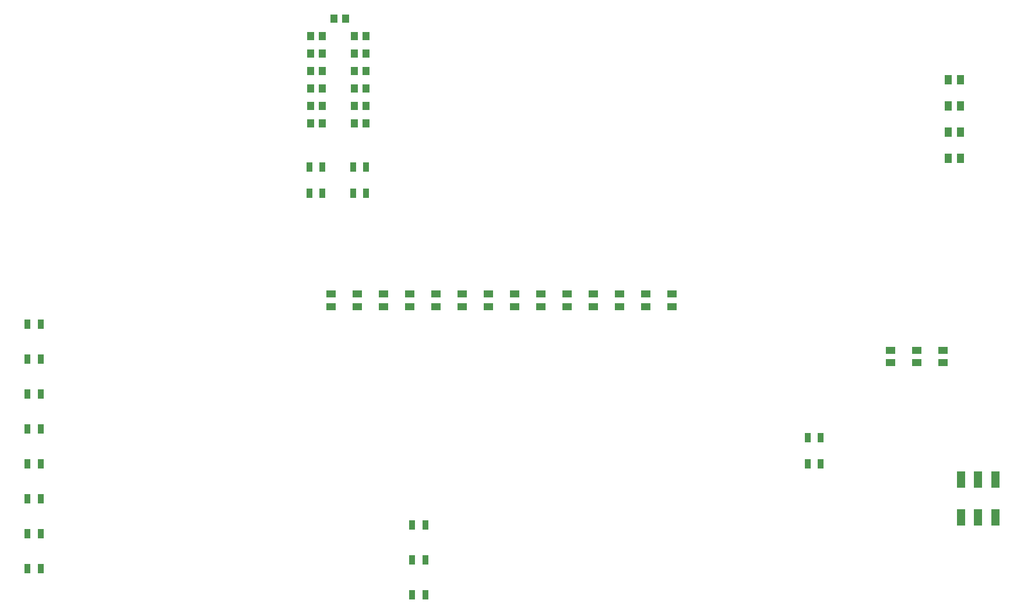
<source format=gbr>
%TF.GenerationSoftware,KiCad,Pcbnew,(5.1.12)-1*%
%TF.CreationDate,2022-04-22T18:12:23-05:00*%
%TF.ProjectId,Microcompuer,4d696372-6f63-46f6-9d70-7565722e6b69,rev?*%
%TF.SameCoordinates,Original*%
%TF.FileFunction,Paste,Top*%
%TF.FilePolarity,Positive*%
%FSLAX46Y46*%
G04 Gerber Fmt 4.6, Leading zero omitted, Abs format (unit mm)*
G04 Created by KiCad (PCBNEW (5.1.12)-1) date 2022-04-22 18:12:23*
%MOMM*%
%LPD*%
G01*
G04 APERTURE LIST*
%ADD10R,1.193800X2.489200*%
%ADD11R,0.914400X1.346200*%
%ADD12R,1.016000X1.193800*%
%ADD13R,0.900000X1.400000*%
%ADD14R,1.447800X1.117600*%
%ADD15R,1.117600X1.447800*%
G04 APERTURE END LIST*
D10*
%TO.C,SW1*%
X300950000Y-156425900D03*
X298450000Y-156425900D03*
X295950000Y-156425900D03*
X295950000Y-150914100D03*
X298450000Y-150914100D03*
X300950000Y-150914100D03*
%TD*%
D11*
%TO.C,R21*%
X209550500Y-109220000D03*
X207645500Y-109220000D03*
%TD*%
%TO.C,R20*%
X201295500Y-109220000D03*
X203200500Y-109220000D03*
%TD*%
D12*
%TO.C,R19*%
X203199900Y-91440000D03*
X201498100Y-91440000D03*
%TD*%
%TO.C,R18*%
X203199900Y-96520000D03*
X201498100Y-96520000D03*
%TD*%
D11*
%TO.C,R16*%
X209550500Y-105410000D03*
X207645500Y-105410000D03*
%TD*%
D12*
%TO.C,R15*%
X203199900Y-86360000D03*
X201498100Y-86360000D03*
%TD*%
%TO.C,R14*%
X203199900Y-88900000D03*
X201498100Y-88900000D03*
%TD*%
%TO.C,R13*%
X206590900Y-83820000D03*
X204889100Y-83820000D03*
%TD*%
%TO.C,R12*%
X209549900Y-93980000D03*
X207848100Y-93980000D03*
%TD*%
%TO.C,R11*%
X203199900Y-93980000D03*
X201498100Y-93980000D03*
%TD*%
%TO.C,R10*%
X203199900Y-99060000D03*
X201498100Y-99060000D03*
%TD*%
%TO.C,R9*%
X209549900Y-86360000D03*
X207848100Y-86360000D03*
%TD*%
%TO.C,R8*%
X209549900Y-91440000D03*
X207848100Y-91440000D03*
%TD*%
%TO.C,R7*%
X207848100Y-96520000D03*
X209549900Y-96520000D03*
%TD*%
%TO.C,R6*%
X207848100Y-88900000D03*
X209549900Y-88900000D03*
%TD*%
%TO.C,R5*%
X209549900Y-99060000D03*
X207848100Y-99060000D03*
%TD*%
D11*
%TO.C,R1*%
X203200500Y-105410000D03*
X201295500Y-105410000D03*
%TD*%
D13*
%TO.C,D17*%
X275590000Y-144780000D03*
X273690000Y-144780000D03*
%TD*%
%TO.C,D16*%
X275590000Y-148590000D03*
X273690000Y-148590000D03*
%TD*%
%TO.C,D14*%
X216220000Y-157480000D03*
X218120000Y-157480000D03*
%TD*%
%TO.C,D13*%
X216220000Y-162560000D03*
X218120000Y-162560000D03*
%TD*%
%TO.C,D12*%
X216220000Y-167640000D03*
X218120000Y-167640000D03*
%TD*%
%TO.C,D11*%
X162240000Y-153670000D03*
X160340000Y-153670000D03*
%TD*%
%TO.C,D10*%
X162240000Y-148590000D03*
X160340000Y-148590000D03*
%TD*%
%TO.C,D9*%
X162240000Y-163830000D03*
X160340000Y-163830000D03*
%TD*%
%TO.C,D8*%
X162240000Y-138430000D03*
X160340000Y-138430000D03*
%TD*%
%TO.C,D7*%
X162240000Y-133350000D03*
X160340000Y-133350000D03*
%TD*%
%TO.C,D6*%
X162240000Y-143510000D03*
X160340000Y-143510000D03*
%TD*%
%TO.C,D5*%
X162240000Y-128270000D03*
X160340000Y-128270000D03*
%TD*%
%TO.C,D4*%
X162240000Y-158750000D03*
X160340000Y-158750000D03*
%TD*%
D14*
%TO.C,C21*%
X223520000Y-123936200D03*
X223520000Y-125729800D03*
%TD*%
%TO.C,C20*%
X204470000Y-123936200D03*
X204470000Y-125729800D03*
%TD*%
%TO.C,C19*%
X227330000Y-123936200D03*
X227330000Y-125729800D03*
%TD*%
%TO.C,C18*%
X212090000Y-123936200D03*
X212090000Y-125729800D03*
%TD*%
%TO.C,C17*%
X231140000Y-123936200D03*
X231140000Y-125729800D03*
%TD*%
%TO.C,C16*%
X250190000Y-123936200D03*
X250190000Y-125729800D03*
%TD*%
%TO.C,C15*%
X285750000Y-132080200D03*
X285750000Y-133873800D03*
%TD*%
%TO.C,C14*%
X215900000Y-123936200D03*
X215900000Y-125729800D03*
%TD*%
%TO.C,C13*%
X293370000Y-133873800D03*
X293370000Y-132080200D03*
%TD*%
%TO.C,C12*%
X242570000Y-123936200D03*
X242570000Y-125729800D03*
%TD*%
%TO.C,C11*%
X219710000Y-123936200D03*
X219710000Y-125729800D03*
%TD*%
%TO.C,C10*%
X238760000Y-123936200D03*
X238760000Y-125729800D03*
%TD*%
%TO.C,C9*%
X234950000Y-123936200D03*
X234950000Y-125729800D03*
%TD*%
%TO.C,C8*%
X289560000Y-132080200D03*
X289560000Y-133873800D03*
%TD*%
%TO.C,C7*%
X208280000Y-123936200D03*
X208280000Y-125729800D03*
%TD*%
%TO.C,C6*%
X254000000Y-123936200D03*
X254000000Y-125729800D03*
%TD*%
%TO.C,C5*%
X246380000Y-123936200D03*
X246380000Y-125729800D03*
%TD*%
D15*
%TO.C,C4*%
X295909800Y-96520000D03*
X294116200Y-96520000D03*
%TD*%
%TO.C,C3*%
X295909800Y-100330000D03*
X294116200Y-100330000D03*
%TD*%
%TO.C,C2*%
X295909800Y-92710000D03*
X294116200Y-92710000D03*
%TD*%
%TO.C,C1*%
X295909800Y-104140000D03*
X294116200Y-104140000D03*
%TD*%
M02*

</source>
